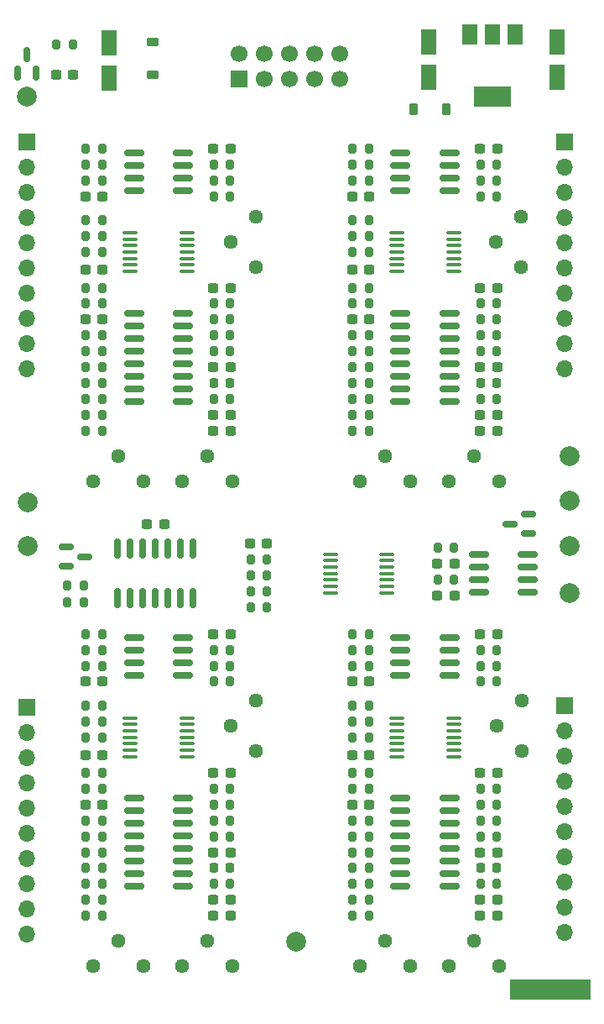
<source format=gbr>
%TF.GenerationSoftware,KiCad,Pcbnew,7.0.7*%
%TF.CreationDate,2023-08-21T15:35:54+01:00*%
%TF.ProjectId,Quadraphone_Components,51756164-7261-4706-986f-6e655f436f6d,rev?*%
%TF.SameCoordinates,Original*%
%TF.FileFunction,Soldermask,Top*%
%TF.FilePolarity,Negative*%
%FSLAX46Y46*%
G04 Gerber Fmt 4.6, Leading zero omitted, Abs format (unit mm)*
G04 Created by KiCad (PCBNEW 7.0.7) date 2023-08-21 15:35:54*
%MOMM*%
%LPD*%
G01*
G04 APERTURE LIST*
G04 Aperture macros list*
%AMRoundRect*
0 Rectangle with rounded corners*
0 $1 Rounding radius*
0 $2 $3 $4 $5 $6 $7 $8 $9 X,Y pos of 4 corners*
0 Add a 4 corners polygon primitive as box body*
4,1,4,$2,$3,$4,$5,$6,$7,$8,$9,$2,$3,0*
0 Add four circle primitives for the rounded corners*
1,1,$1+$1,$2,$3*
1,1,$1+$1,$4,$5*
1,1,$1+$1,$6,$7*
1,1,$1+$1,$8,$9*
0 Add four rect primitives between the rounded corners*
20,1,$1+$1,$2,$3,$4,$5,0*
20,1,$1+$1,$4,$5,$6,$7,0*
20,1,$1+$1,$6,$7,$8,$9,0*
20,1,$1+$1,$8,$9,$2,$3,0*%
G04 Aperture macros list end*
%ADD10C,0.100000*%
%ADD11RoundRect,0.237500X0.300000X0.237500X-0.300000X0.237500X-0.300000X-0.237500X0.300000X-0.237500X0*%
%ADD12C,2.000000*%
%ADD13C,1.440000*%
%ADD14RoundRect,0.218750X-0.218750X-0.256250X0.218750X-0.256250X0.218750X0.256250X-0.218750X0.256250X0*%
%ADD15RoundRect,0.200000X-0.200000X-0.275000X0.200000X-0.275000X0.200000X0.275000X-0.200000X0.275000X0*%
%ADD16RoundRect,0.237500X-0.300000X-0.237500X0.300000X-0.237500X0.300000X0.237500X-0.300000X0.237500X0*%
%ADD17RoundRect,0.200000X0.200000X0.275000X-0.200000X0.275000X-0.200000X-0.275000X0.200000X-0.275000X0*%
%ADD18RoundRect,0.150000X0.825000X0.150000X-0.825000X0.150000X-0.825000X-0.150000X0.825000X-0.150000X0*%
%ADD19RoundRect,0.150000X0.587500X0.150000X-0.587500X0.150000X-0.587500X-0.150000X0.587500X-0.150000X0*%
%ADD20RoundRect,0.150000X-0.150000X0.825000X-0.150000X-0.825000X0.150000X-0.825000X0.150000X0.825000X0*%
%ADD21RoundRect,0.100000X0.637500X0.100000X-0.637500X0.100000X-0.637500X-0.100000X0.637500X-0.100000X0*%
%ADD22RoundRect,0.250000X0.550000X-1.050000X0.550000X1.050000X-0.550000X1.050000X-0.550000X-1.050000X0*%
%ADD23RoundRect,0.150000X-0.587500X-0.150000X0.587500X-0.150000X0.587500X0.150000X-0.587500X0.150000X0*%
%ADD24RoundRect,0.225000X0.375000X-0.225000X0.375000X0.225000X-0.375000X0.225000X-0.375000X-0.225000X0*%
%ADD25RoundRect,0.225000X0.225000X0.375000X-0.225000X0.375000X-0.225000X-0.375000X0.225000X-0.375000X0*%
%ADD26RoundRect,0.150000X-0.825000X-0.150000X0.825000X-0.150000X0.825000X0.150000X-0.825000X0.150000X0*%
%ADD27RoundRect,0.150000X0.150000X-0.587500X0.150000X0.587500X-0.150000X0.587500X-0.150000X-0.587500X0*%
%ADD28R,1.700000X1.700000*%
%ADD29C,1.700000*%
%ADD30R,1.500000X2.000000*%
%ADD31R,3.800000X2.000000*%
%ADD32O,1.700000X1.700000*%
G04 APERTURE END LIST*
%TO.C,FID1*%
D10*
X109600000Y-149400000D02*
X101600000Y-149400000D01*
X101600000Y-147400000D01*
X109600000Y-147400000D01*
X109600000Y-149400000D01*
G36*
X109600000Y-149400000D02*
G01*
X101600000Y-149400000D01*
X101600000Y-147400000D01*
X109600000Y-147400000D01*
X109600000Y-149400000D01*
G37*
%TD*%
D11*
%TO.C,C40*%
X87362500Y-117400000D03*
X85637500Y-117400000D03*
%TD*%
D12*
%TO.C,TP6*%
X52800000Y-58400000D03*
%TD*%
D13*
%TO.C,HF_Track_Trim3*%
X68500000Y-146100000D03*
X71040000Y-143560000D03*
X73580000Y-146100000D03*
%TD*%
D14*
%TO.C,D3*%
X71712500Y-87300000D03*
X73287500Y-87300000D03*
%TD*%
D15*
%TO.C,R2*%
X75375000Y-106700000D03*
X77025000Y-106700000D03*
%TD*%
D11*
%TO.C,C31*%
X73362500Y-141000000D03*
X71637500Y-141000000D03*
%TD*%
D13*
%TO.C,HF_Track_Trim1*%
X68500000Y-97200000D03*
X71040000Y-94660000D03*
X73580000Y-97200000D03*
%TD*%
D11*
%TO.C,C4*%
X73362500Y-77700000D03*
X71637500Y-77700000D03*
%TD*%
D16*
%TO.C,C16*%
X98537500Y-85700000D03*
X100262500Y-85700000D03*
%TD*%
D17*
%TO.C,R82*%
X60425000Y-131400000D03*
X58775000Y-131400000D03*
%TD*%
D13*
%TO.C,Base_Freq_Trim4*%
X86400000Y-146100000D03*
X88940000Y-143560000D03*
X91480000Y-146100000D03*
%TD*%
D15*
%TO.C,R8*%
X71675000Y-82500000D03*
X73325000Y-82500000D03*
%TD*%
D13*
%TO.C,Expo_Trim2*%
X102700000Y-75600000D03*
X100160000Y-73060000D03*
X102700000Y-70520000D03*
%TD*%
D17*
%TO.C,R95*%
X60425000Y-119800000D03*
X58775000Y-119800000D03*
%TD*%
%TO.C,R43*%
X87325000Y-92100000D03*
X85675000Y-92100000D03*
%TD*%
%TO.C,R4*%
X95925000Y-107100000D03*
X94275000Y-107100000D03*
%TD*%
%TO.C,R13*%
X87325000Y-128200000D03*
X85675000Y-128200000D03*
%TD*%
D18*
%TO.C,U18*%
X95475000Y-116805000D03*
X95475000Y-115535000D03*
X95475000Y-114265000D03*
X95475000Y-112995000D03*
X90525000Y-112995000D03*
X90525000Y-114265000D03*
X90525000Y-115535000D03*
X90525000Y-116805000D03*
%TD*%
D19*
%TO.C,U14*%
X103437500Y-102450000D03*
X103437500Y-100550000D03*
X101562500Y-101500000D03*
%TD*%
D11*
%TO.C,C9*%
X77062500Y-103500000D03*
X75337500Y-103500000D03*
%TD*%
D12*
%TO.C,TP7*%
X52900000Y-103700000D03*
%TD*%
D20*
%TO.C,U5*%
X69610000Y-104025000D03*
X68340000Y-104025000D03*
X67070000Y-104025000D03*
X65800000Y-104025000D03*
X64530000Y-104025000D03*
X63260000Y-104025000D03*
X61990000Y-104025000D03*
X61990000Y-108975000D03*
X63260000Y-108975000D03*
X64530000Y-108975000D03*
X65800000Y-108975000D03*
X67070000Y-108975000D03*
X68340000Y-108975000D03*
X69610000Y-108975000D03*
%TD*%
D18*
%TO.C,U3*%
X103375000Y-108405000D03*
X103375000Y-107135000D03*
X103375000Y-105865000D03*
X103375000Y-104595000D03*
X98425000Y-104595000D03*
X98425000Y-105865000D03*
X98425000Y-107135000D03*
X98425000Y-108405000D03*
%TD*%
D15*
%TO.C,R39*%
X85675000Y-85700000D03*
X87325000Y-85700000D03*
%TD*%
%TO.C,R22*%
X58775000Y-88900000D03*
X60425000Y-88900000D03*
%TD*%
%TO.C,R64*%
X85675000Y-137800000D03*
X87325000Y-137800000D03*
%TD*%
D11*
%TO.C,C33*%
X60462500Y-75900000D03*
X58737500Y-75900000D03*
%TD*%
D17*
%TO.C,R9*%
X73325000Y-88900000D03*
X71675000Y-88900000D03*
%TD*%
D15*
%TO.C,R44*%
X98575000Y-66900000D03*
X100225000Y-66900000D03*
%TD*%
D17*
%TO.C,R11*%
X60425000Y-72500000D03*
X58775000Y-72500000D03*
%TD*%
D14*
%TO.C,D5*%
X98612500Y-136200000D03*
X100187500Y-136200000D03*
%TD*%
D21*
%TO.C,U15*%
X68962500Y-124950000D03*
X68962500Y-124300000D03*
X68962500Y-123650000D03*
X68962500Y-123000000D03*
X68962500Y-122350000D03*
X68962500Y-121700000D03*
X68962500Y-121050000D03*
X63237500Y-121050000D03*
X63237500Y-121700000D03*
X63237500Y-122350000D03*
X63237500Y-123000000D03*
X63237500Y-123650000D03*
X63237500Y-124300000D03*
X63237500Y-124950000D03*
%TD*%
D13*
%TO.C,Base_Freq_Trim1*%
X59500000Y-97200000D03*
X62040000Y-94660000D03*
X64580000Y-97200000D03*
%TD*%
D15*
%TO.C,R21*%
X58775000Y-63700000D03*
X60425000Y-63700000D03*
%TD*%
D22*
%TO.C,C11*%
X93400000Y-56500000D03*
X93400000Y-52900000D03*
%TD*%
D15*
%TO.C,R29*%
X58775000Y-65300000D03*
X60425000Y-65300000D03*
%TD*%
%TO.C,R91*%
X71675000Y-117400000D03*
X73325000Y-117400000D03*
%TD*%
D13*
%TO.C,Expo_Trim3*%
X75900000Y-124425000D03*
X73360000Y-121885000D03*
X75900000Y-119345000D03*
%TD*%
D16*
%TO.C,C22*%
X98537500Y-134600000D03*
X100262500Y-134600000D03*
%TD*%
D17*
%TO.C,R77*%
X60425000Y-121400000D03*
X58775000Y-121400000D03*
%TD*%
D15*
%TO.C,R34*%
X85675000Y-87300000D03*
X87325000Y-87300000D03*
%TD*%
%TO.C,R18*%
X58775000Y-87300000D03*
X60425000Y-87300000D03*
%TD*%
%TO.C,R92*%
X58775000Y-112600000D03*
X60425000Y-112600000D03*
%TD*%
D18*
%TO.C,U13*%
X95475000Y-67905000D03*
X95475000Y-66635000D03*
X95475000Y-65365000D03*
X95475000Y-64095000D03*
X90525000Y-64095000D03*
X90525000Y-65365000D03*
X90525000Y-66635000D03*
X90525000Y-67905000D03*
%TD*%
D11*
%TO.C,C35*%
X87362500Y-75900000D03*
X85637500Y-75900000D03*
%TD*%
D16*
%TO.C,C24*%
X98537500Y-112600000D03*
X100262500Y-112600000D03*
%TD*%
D15*
%TO.C,R7*%
X94275000Y-103900000D03*
X95925000Y-103900000D03*
%TD*%
D17*
%TO.C,R35*%
X87325000Y-77700000D03*
X85675000Y-77700000D03*
%TD*%
D11*
%TO.C,C29*%
X73362500Y-139400000D03*
X71637500Y-139400000D03*
%TD*%
%TO.C,C19*%
X100262500Y-92100000D03*
X98537500Y-92100000D03*
%TD*%
D15*
%TO.C,R73*%
X98575000Y-114200000D03*
X100225000Y-114200000D03*
%TD*%
D12*
%TO.C,TP5*%
X107600000Y-108500000D03*
%TD*%
D18*
%TO.C,U16*%
X68575000Y-116805000D03*
X68575000Y-115535000D03*
X68575000Y-114265000D03*
X68575000Y-112995000D03*
X63625000Y-112995000D03*
X63625000Y-114265000D03*
X63625000Y-115535000D03*
X63625000Y-116805000D03*
%TD*%
D17*
%TO.C,R31*%
X87325000Y-72500000D03*
X85675000Y-72500000D03*
%TD*%
D13*
%TO.C,Expo_Trim4*%
X102800000Y-124425000D03*
X100260000Y-121885000D03*
X102800000Y-119345000D03*
%TD*%
D17*
%TO.C,R75*%
X100225000Y-129800000D03*
X98575000Y-129800000D03*
%TD*%
%TO.C,R94*%
X60425000Y-139400000D03*
X58775000Y-139400000D03*
%TD*%
%TO.C,R76*%
X100225000Y-133000000D03*
X98575000Y-133000000D03*
%TD*%
D11*
%TO.C,C6*%
X73362500Y-90500000D03*
X71637500Y-90500000D03*
%TD*%
D17*
%TO.C,R24*%
X73325000Y-80900000D03*
X71675000Y-80900000D03*
%TD*%
D15*
%TO.C,R32*%
X85675000Y-84100000D03*
X87325000Y-84100000D03*
%TD*%
D17*
%TO.C,R63*%
X87325000Y-123000000D03*
X85675000Y-123000000D03*
%TD*%
D16*
%TO.C,C26*%
X58737500Y-129800000D03*
X60462500Y-129800000D03*
%TD*%
D11*
%TO.C,C25*%
X100262500Y-141000000D03*
X98537500Y-141000000D03*
%TD*%
D15*
%TO.C,R74*%
X85675000Y-114200000D03*
X87325000Y-114200000D03*
%TD*%
D21*
%TO.C,U11*%
X95862500Y-124950000D03*
X95862500Y-124300000D03*
X95862500Y-123650000D03*
X95862500Y-123000000D03*
X95862500Y-122350000D03*
X95862500Y-121700000D03*
X95862500Y-121050000D03*
X90137500Y-121050000D03*
X90137500Y-121700000D03*
X90137500Y-122350000D03*
X90137500Y-123000000D03*
X90137500Y-123650000D03*
X90137500Y-124300000D03*
X90137500Y-124950000D03*
%TD*%
D17*
%TO.C,R66*%
X87325000Y-141000000D03*
X85675000Y-141000000D03*
%TD*%
%TO.C,R89*%
X60425000Y-141000000D03*
X58775000Y-141000000D03*
%TD*%
D11*
%TO.C,C27*%
X73362500Y-126600000D03*
X71637500Y-126600000D03*
%TD*%
D15*
%TO.C,R68*%
X98575000Y-117400000D03*
X100225000Y-117400000D03*
%TD*%
%TO.C,R90*%
X71675000Y-115800000D03*
X73325000Y-115800000D03*
%TD*%
%TO.C,R17*%
X58775000Y-85700000D03*
X60425000Y-85700000D03*
%TD*%
D22*
%TO.C,C12*%
X61100000Y-56600000D03*
X61100000Y-53000000D03*
%TD*%
D15*
%TO.C,R87*%
X58775000Y-137800000D03*
X60425000Y-137800000D03*
%TD*%
D11*
%TO.C,C36*%
X87362500Y-68500000D03*
X85637500Y-68500000D03*
%TD*%
%TO.C,C15*%
X100262500Y-77700000D03*
X98537500Y-77700000D03*
%TD*%
D15*
%TO.C,R62*%
X85675000Y-134600000D03*
X87325000Y-134600000D03*
%TD*%
D11*
%TO.C,C21*%
X100262500Y-126600000D03*
X98537500Y-126600000D03*
%TD*%
D12*
%TO.C,TP8*%
X107600000Y-103700000D03*
%TD*%
D17*
%TO.C,R52*%
X100225000Y-80900000D03*
X98575000Y-80900000D03*
%TD*%
%TO.C,R23*%
X60425000Y-92100000D03*
X58775000Y-92100000D03*
%TD*%
D12*
%TO.C,TP2*%
X107600000Y-94700000D03*
%TD*%
D11*
%TO.C,C1*%
X95962500Y-108700000D03*
X94237500Y-108700000D03*
%TD*%
%TO.C,C8*%
X73362500Y-92100000D03*
X71637500Y-92100000D03*
%TD*%
%TO.C,C39*%
X87362500Y-124800000D03*
X85637500Y-124800000D03*
%TD*%
D12*
%TO.C,TP4*%
X80000000Y-143600000D03*
%TD*%
D17*
%TO.C,R47*%
X87325000Y-66900000D03*
X85675000Y-66900000D03*
%TD*%
D23*
%TO.C,Q1*%
X56762500Y-103850000D03*
X56762500Y-105750000D03*
X58637500Y-104800000D03*
%TD*%
D24*
%TO.C,D2*%
X65500000Y-56250000D03*
X65500000Y-52950000D03*
%TD*%
D13*
%TO.C,Base_Freq_Trim2*%
X86400000Y-97200000D03*
X88940000Y-94660000D03*
X91480000Y-97200000D03*
%TD*%
D15*
%TO.C,R38*%
X98575000Y-82500000D03*
X100225000Y-82500000D03*
%TD*%
D21*
%TO.C,U7*%
X95862500Y-76050000D03*
X95862500Y-75400000D03*
X95862500Y-74750000D03*
X95862500Y-74100000D03*
X95862500Y-73450000D03*
X95862500Y-72800000D03*
X95862500Y-72150000D03*
X90137500Y-72150000D03*
X90137500Y-72800000D03*
X90137500Y-73450000D03*
X90137500Y-74100000D03*
X90137500Y-74750000D03*
X90137500Y-75400000D03*
X90137500Y-76050000D03*
%TD*%
D17*
%TO.C,R100*%
X57425000Y-53200000D03*
X55775000Y-53200000D03*
%TD*%
D15*
%TO.C,R19*%
X71675000Y-66900000D03*
X73325000Y-66900000D03*
%TD*%
D16*
%TO.C,C41*%
X71637500Y-63700000D03*
X73362500Y-63700000D03*
%TD*%
D11*
%TO.C,C34*%
X60462500Y-68500000D03*
X58737500Y-68500000D03*
%TD*%
D14*
%TO.C,D4*%
X98612500Y-87300000D03*
X100187500Y-87300000D03*
%TD*%
D15*
%TO.C,R37*%
X58775000Y-84100000D03*
X60425000Y-84100000D03*
%TD*%
D17*
%TO.C,R60*%
X87325000Y-79300000D03*
X85675000Y-79300000D03*
%TD*%
D15*
%TO.C,R67*%
X98575000Y-115800000D03*
X100225000Y-115800000D03*
%TD*%
%TO.C,R45*%
X98575000Y-68500000D03*
X100225000Y-68500000D03*
%TD*%
D16*
%TO.C,C13*%
X58737500Y-80900000D03*
X60462500Y-80900000D03*
%TD*%
%TO.C,C10*%
X55737500Y-56200000D03*
X57462500Y-56200000D03*
%TD*%
D15*
%TO.C,R56*%
X98575000Y-128200000D03*
X100225000Y-128200000D03*
%TD*%
D17*
%TO.C,R25*%
X60425000Y-79300000D03*
X58775000Y-79300000D03*
%TD*%
%TO.C,R83*%
X60425000Y-128200000D03*
X58775000Y-128200000D03*
%TD*%
%TO.C,R88*%
X73325000Y-137800000D03*
X71675000Y-137800000D03*
%TD*%
%TO.C,R12*%
X60425000Y-77700000D03*
X58775000Y-77700000D03*
%TD*%
D15*
%TO.C,R10*%
X71675000Y-79300000D03*
X73325000Y-79300000D03*
%TD*%
D13*
%TO.C,Expo_Trim1*%
X75900000Y-75600000D03*
X73360000Y-73060000D03*
X75900000Y-70520000D03*
%TD*%
D16*
%TO.C,C30*%
X71637500Y-112600000D03*
X73362500Y-112600000D03*
%TD*%
D15*
%TO.C,R69*%
X85675000Y-112600000D03*
X87325000Y-112600000D03*
%TD*%
D17*
%TO.C,R81*%
X60425000Y-126600000D03*
X58775000Y-126600000D03*
%TD*%
D15*
%TO.C,R61*%
X98575000Y-131400000D03*
X100225000Y-131400000D03*
%TD*%
D14*
%TO.C,D6*%
X71712500Y-136200000D03*
X73287500Y-136200000D03*
%TD*%
D15*
%TO.C,R79*%
X71675000Y-128200000D03*
X73325000Y-128200000D03*
%TD*%
%TO.C,R46*%
X85675000Y-63700000D03*
X87325000Y-63700000D03*
%TD*%
D25*
%TO.C,D1*%
X95118750Y-59700000D03*
X91818750Y-59700000D03*
%TD*%
D17*
%TO.C,R36*%
X87325000Y-82500000D03*
X85675000Y-82500000D03*
%TD*%
%TO.C,R98*%
X73325000Y-131400000D03*
X71675000Y-131400000D03*
%TD*%
D26*
%TO.C,U22*%
X63625000Y-129155000D03*
X63625000Y-130425000D03*
X63625000Y-131695000D03*
X63625000Y-132965000D03*
X63625000Y-134235000D03*
X63625000Y-135505000D03*
X63625000Y-136775000D03*
X63625000Y-138045000D03*
X68575000Y-138045000D03*
X68575000Y-136775000D03*
X68575000Y-135505000D03*
X68575000Y-134235000D03*
X68575000Y-132965000D03*
X68575000Y-131695000D03*
X68575000Y-130425000D03*
X68575000Y-129155000D03*
%TD*%
D15*
%TO.C,R33*%
X98575000Y-79300000D03*
X100225000Y-79300000D03*
%TD*%
%TO.C,R41*%
X85675000Y-88900000D03*
X87325000Y-88900000D03*
%TD*%
D17*
%TO.C,R30*%
X73325000Y-84100000D03*
X71675000Y-84100000D03*
%TD*%
D26*
%TO.C,U17*%
X90525000Y-129155000D03*
X90525000Y-130425000D03*
X90525000Y-131695000D03*
X90525000Y-132965000D03*
X90525000Y-134235000D03*
X90525000Y-135505000D03*
X90525000Y-136775000D03*
X90525000Y-138045000D03*
X95475000Y-138045000D03*
X95475000Y-136775000D03*
X95475000Y-135505000D03*
X95475000Y-134235000D03*
X95475000Y-132965000D03*
X95475000Y-131695000D03*
X95475000Y-130425000D03*
X95475000Y-129155000D03*
%TD*%
D17*
%TO.C,R102*%
X58525000Y-107700000D03*
X56875000Y-107700000D03*
%TD*%
D15*
%TO.C,R84*%
X71675000Y-133000000D03*
X73325000Y-133000000D03*
%TD*%
D16*
%TO.C,C7*%
X94237500Y-105500000D03*
X95962500Y-105500000D03*
%TD*%
D17*
%TO.C,R48*%
X87325000Y-90500000D03*
X85675000Y-90500000D03*
%TD*%
D15*
%TO.C,R20*%
X71675000Y-68500000D03*
X73325000Y-68500000D03*
%TD*%
%TO.C,R50*%
X98575000Y-65300000D03*
X100225000Y-65300000D03*
%TD*%
%TO.C,R55*%
X85675000Y-133000000D03*
X87325000Y-133000000D03*
%TD*%
D11*
%TO.C,C17*%
X100262500Y-90500000D03*
X98537500Y-90500000D03*
%TD*%
D13*
%TO.C,Base_Freq_Trim3*%
X59500000Y-146100000D03*
X62040000Y-143560000D03*
X64580000Y-146100000D03*
%TD*%
D11*
%TO.C,C32*%
X66662500Y-101500000D03*
X64937500Y-101500000D03*
%TD*%
D27*
%TO.C,U4*%
X51850000Y-56037500D03*
X53750000Y-56037500D03*
X52800000Y-54162500D03*
%TD*%
D16*
%TO.C,C18*%
X98537500Y-63700000D03*
X100262500Y-63700000D03*
%TD*%
D11*
%TO.C,C37*%
X60462500Y-124800000D03*
X58737500Y-124800000D03*
%TD*%
D16*
%TO.C,C14*%
X85637500Y-80900000D03*
X87362500Y-80900000D03*
%TD*%
D15*
%TO.C,R85*%
X58775000Y-134600000D03*
X60425000Y-134600000D03*
%TD*%
D17*
%TO.C,R16*%
X60425000Y-90500000D03*
X58775000Y-90500000D03*
%TD*%
D22*
%TO.C,C3*%
X106300000Y-56500000D03*
X106300000Y-52900000D03*
%TD*%
D15*
%TO.C,R80*%
X58775000Y-136200000D03*
X60425000Y-136200000D03*
%TD*%
D17*
%TO.C,R72*%
X87325000Y-119800000D03*
X85675000Y-119800000D03*
%TD*%
%TO.C,R71*%
X87325000Y-139400000D03*
X85675000Y-139400000D03*
%TD*%
D11*
%TO.C,C23*%
X100262500Y-139400000D03*
X98537500Y-139400000D03*
%TD*%
D15*
%TO.C,R57*%
X85675000Y-136200000D03*
X87325000Y-136200000D03*
%TD*%
D21*
%TO.C,U6*%
X68962500Y-76050000D03*
X68962500Y-75400000D03*
X68962500Y-74750000D03*
X68962500Y-74100000D03*
X68962500Y-73450000D03*
X68962500Y-72800000D03*
X68962500Y-72150000D03*
X63237500Y-72150000D03*
X63237500Y-72800000D03*
X63237500Y-73450000D03*
X63237500Y-74100000D03*
X63237500Y-74750000D03*
X63237500Y-75400000D03*
X63237500Y-76050000D03*
%TD*%
D17*
%TO.C,R86*%
X60425000Y-123000000D03*
X58775000Y-123000000D03*
%TD*%
%TO.C,R99*%
X73325000Y-129800000D03*
X71675000Y-129800000D03*
%TD*%
%TO.C,R58*%
X87325000Y-126600000D03*
X85675000Y-126600000D03*
%TD*%
D12*
%TO.C,TP3*%
X107600000Y-99200000D03*
%TD*%
D21*
%TO.C,U8*%
X89162500Y-108450000D03*
X89162500Y-107800000D03*
X89162500Y-107150000D03*
X89162500Y-106500000D03*
X89162500Y-105850000D03*
X89162500Y-105200000D03*
X89162500Y-104550000D03*
X83437500Y-104550000D03*
X83437500Y-105200000D03*
X83437500Y-105850000D03*
X83437500Y-106500000D03*
X83437500Y-107150000D03*
X83437500Y-107800000D03*
X83437500Y-108450000D03*
%TD*%
D17*
%TO.C,R59*%
X87325000Y-131400000D03*
X85675000Y-131400000D03*
%TD*%
D13*
%TO.C,HF_Track_Trim2*%
X95400000Y-97200000D03*
X97940000Y-94660000D03*
X100480000Y-97200000D03*
%TD*%
D18*
%TO.C,U10*%
X68575000Y-67905000D03*
X68575000Y-66635000D03*
X68575000Y-65365000D03*
X68575000Y-64095000D03*
X63625000Y-64095000D03*
X63625000Y-65365000D03*
X63625000Y-66635000D03*
X63625000Y-67905000D03*
%TD*%
D15*
%TO.C,R78*%
X58775000Y-133000000D03*
X60425000Y-133000000D03*
%TD*%
D16*
%TO.C,C5*%
X71637500Y-85700000D03*
X73362500Y-85700000D03*
%TD*%
D17*
%TO.C,R70*%
X87325000Y-115800000D03*
X85675000Y-115800000D03*
%TD*%
D16*
%TO.C,C20*%
X85637500Y-129800000D03*
X87362500Y-129800000D03*
%TD*%
D17*
%TO.C,R42*%
X100225000Y-88900000D03*
X98575000Y-88900000D03*
%TD*%
D13*
%TO.C,HF_Track_Trim4*%
X95400000Y-146100000D03*
X97940000Y-143560000D03*
X100480000Y-146100000D03*
%TD*%
D17*
%TO.C,R54*%
X87325000Y-121400000D03*
X85675000Y-121400000D03*
%TD*%
%TO.C,R53*%
X100225000Y-84100000D03*
X98575000Y-84100000D03*
%TD*%
D26*
%TO.C,U9*%
X63625000Y-80255000D03*
X63625000Y-81525000D03*
X63625000Y-82795000D03*
X63625000Y-84065000D03*
X63625000Y-85335000D03*
X63625000Y-86605000D03*
X63625000Y-87875000D03*
X63625000Y-89145000D03*
X68575000Y-89145000D03*
X68575000Y-87875000D03*
X68575000Y-86605000D03*
X68575000Y-85335000D03*
X68575000Y-84065000D03*
X68575000Y-82795000D03*
X68575000Y-81525000D03*
X68575000Y-80255000D03*
%TD*%
D17*
%TO.C,R26*%
X60425000Y-66900000D03*
X58775000Y-66900000D03*
%TD*%
D15*
%TO.C,R51*%
X85675000Y-65300000D03*
X87325000Y-65300000D03*
%TD*%
D28*
%TO.C,J5*%
X74200000Y-56700000D03*
D29*
X74200000Y-54160000D03*
X76740000Y-56700000D03*
X76740000Y-54160000D03*
X79280000Y-56700000D03*
X79280000Y-54160000D03*
X81820000Y-56700000D03*
X81820000Y-54160000D03*
X84360000Y-56700000D03*
X84360000Y-54160000D03*
%TD*%
D17*
%TO.C,R65*%
X100225000Y-137800000D03*
X98575000Y-137800000D03*
%TD*%
D16*
%TO.C,C28*%
X71637500Y-134600000D03*
X73362500Y-134600000D03*
%TD*%
D30*
%TO.C,U1*%
X102100000Y-52150000D03*
X99800000Y-52150000D03*
D31*
X99800000Y-58450000D03*
D30*
X97500000Y-52150000D03*
%TD*%
D15*
%TO.C,R28*%
X71675000Y-65300000D03*
X73325000Y-65300000D03*
%TD*%
D11*
%TO.C,C38*%
X60462500Y-117400000D03*
X58737500Y-117400000D03*
%TD*%
D15*
%TO.C,R1*%
X75375000Y-105100000D03*
X77025000Y-105100000D03*
%TD*%
D17*
%TO.C,R15*%
X60425000Y-74100000D03*
X58775000Y-74100000D03*
%TD*%
%TO.C,R40*%
X87325000Y-74100000D03*
X85675000Y-74100000D03*
%TD*%
%TO.C,R93*%
X60425000Y-115800000D03*
X58775000Y-115800000D03*
%TD*%
%TO.C,R27*%
X60425000Y-70900000D03*
X58775000Y-70900000D03*
%TD*%
D15*
%TO.C,R3*%
X75375000Y-108300000D03*
X77025000Y-108300000D03*
%TD*%
D12*
%TO.C,TP1*%
X52900000Y-99300000D03*
%TD*%
D15*
%TO.C,R97*%
X58775000Y-114200000D03*
X60425000Y-114200000D03*
%TD*%
D17*
%TO.C,R49*%
X87325000Y-70900000D03*
X85675000Y-70900000D03*
%TD*%
%TO.C,R14*%
X60425000Y-82500000D03*
X58775000Y-82500000D03*
%TD*%
D26*
%TO.C,U12*%
X90525000Y-80255000D03*
X90525000Y-81525000D03*
X90525000Y-82795000D03*
X90525000Y-84065000D03*
X90525000Y-85335000D03*
X90525000Y-86605000D03*
X90525000Y-87875000D03*
X90525000Y-89145000D03*
X95475000Y-89145000D03*
X95475000Y-87875000D03*
X95475000Y-86605000D03*
X95475000Y-85335000D03*
X95475000Y-84065000D03*
X95475000Y-82795000D03*
X95475000Y-81525000D03*
X95475000Y-80255000D03*
%TD*%
D17*
%TO.C,R101*%
X58525000Y-109400000D03*
X56875000Y-109400000D03*
%TD*%
D15*
%TO.C,R96*%
X71675000Y-114200000D03*
X73325000Y-114200000D03*
%TD*%
%TO.C,R6*%
X75375000Y-109900000D03*
X77025000Y-109900000D03*
%TD*%
D28*
%TO.C,J4*%
X107100000Y-119800000D03*
D32*
X107100000Y-122340000D03*
X107100000Y-124880000D03*
X107100000Y-127420000D03*
X107100000Y-129960000D03*
X107100000Y-132500000D03*
X107100000Y-135040000D03*
X107100000Y-137580000D03*
X107100000Y-140120000D03*
X107100000Y-142660000D03*
%TD*%
D28*
%TO.C,J3*%
X52800000Y-120000000D03*
D32*
X52800000Y-122540000D03*
X52800000Y-125080000D03*
X52800000Y-127620000D03*
X52800000Y-130160000D03*
X52800000Y-132700000D03*
X52800000Y-135240000D03*
X52800000Y-137780000D03*
X52800000Y-140320000D03*
X52800000Y-142860000D03*
%TD*%
D28*
%TO.C,J2*%
X107100000Y-63000000D03*
D32*
X107100000Y-65540000D03*
X107100000Y-68080000D03*
X107100000Y-70620000D03*
X107100000Y-73160000D03*
X107100000Y-75700000D03*
X107100000Y-78240000D03*
X107100000Y-80780000D03*
X107100000Y-83320000D03*
X107100000Y-85860000D03*
%TD*%
D28*
%TO.C,J1*%
X52800000Y-63000000D03*
D32*
X52800000Y-65540000D03*
X52800000Y-68080000D03*
X52800000Y-70620000D03*
X52800000Y-73160000D03*
X52800000Y-75700000D03*
X52800000Y-78240000D03*
X52800000Y-80780000D03*
X52800000Y-83320000D03*
X52800000Y-85860000D03*
%TD*%
M02*

</source>
